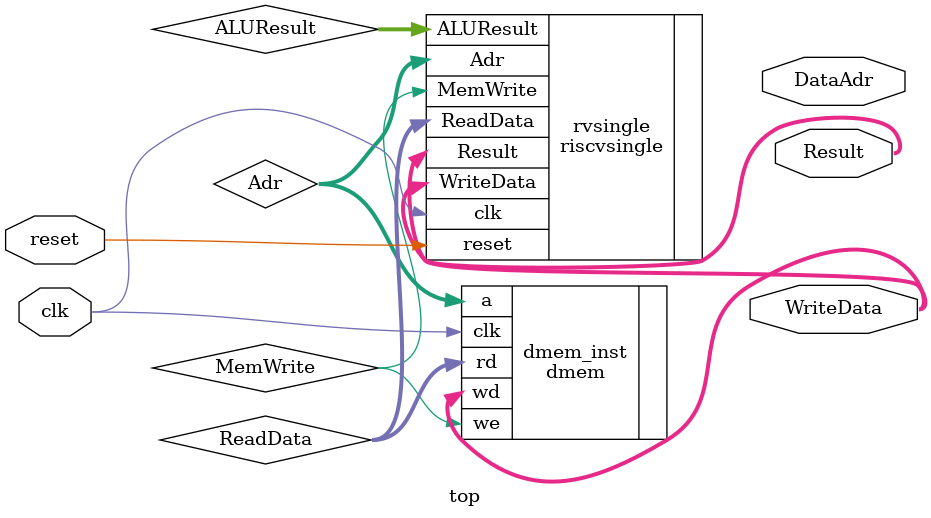
<source format=sv>
module top(
  input logic clk, input logic reset,
  output logic [31:0] WriteData, DataAdr,
  output logic [31:0] Result
);
  logic MemWrite;
  logic [31:0] Adr, ReadData, ALUResult;

  // instantiate processor and memories
  riscvsingle rvsingle(.clk(clk), .reset(reset), .ReadData(ReadData), .MemWrite(MemWrite), .Adr(Adr), .ALUResult(ALUResult), .WriteData(WriteData), .Result(Result));
  dmem dmem_inst(.clk(clk), .we(MemWrite), .a(Adr), .wd(WriteData), .rd(ReadData));
endmodule

</source>
